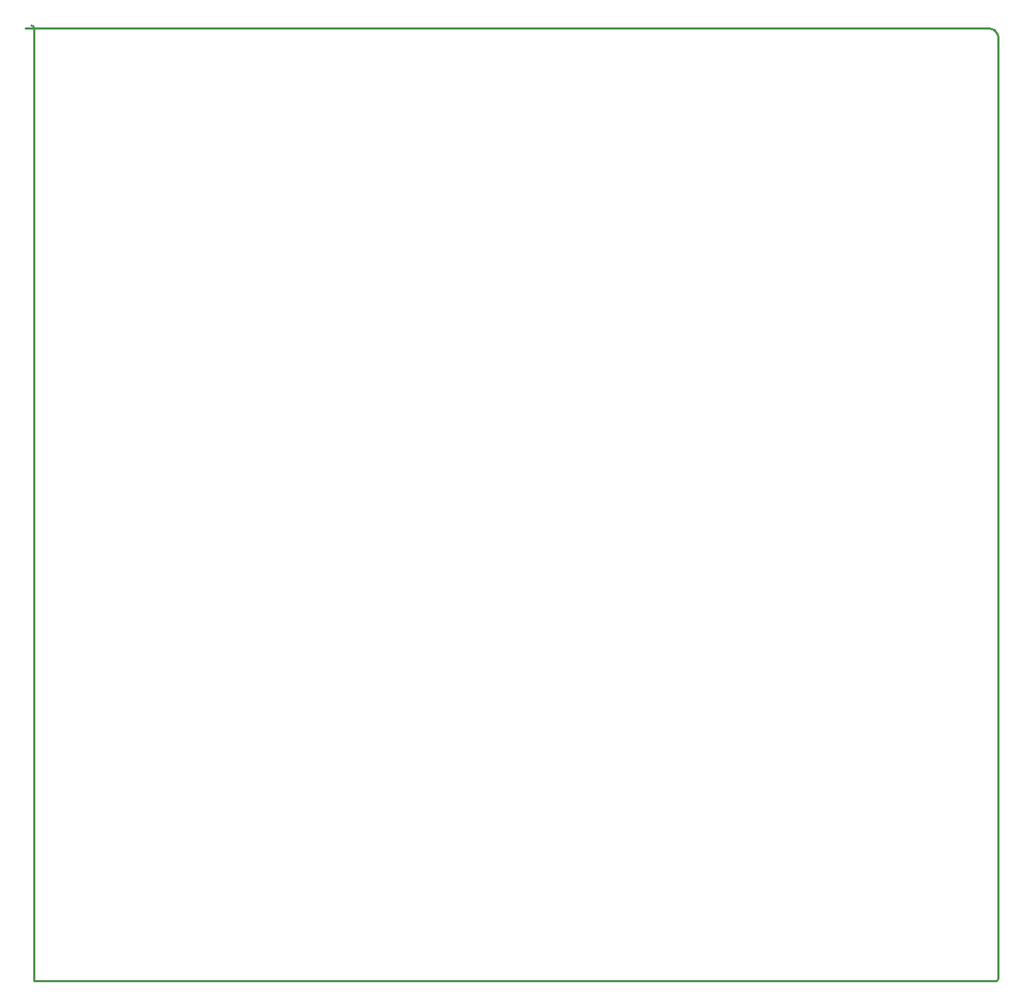
<source format=gko>
G04 Layer_Color=16711935*
%FSLAX44Y44*%
%MOMM*%
G71*
G01*
G75*
%ADD41C,0.2540*%
D41*
X1132586Y1106932D02*
X1132342Y1109410D01*
X1131619Y1111792D01*
X1130446Y1113988D01*
X1128866Y1115912D01*
X1126942Y1117492D01*
X1124746Y1118665D01*
X1122364Y1119388D01*
X1119886Y1119632D01*
X1129284Y0D02*
X1131619Y967D01*
X1132586Y3302D01*
X0Y1119632D02*
X-967Y1121967D01*
X-3302Y1122934D01*
X-9652Y1119632D02*
X1119886D01*
X1132586Y3302D02*
Y1106932D01*
X0Y0D02*
X1129284D01*
X0D02*
Y1119632D01*
M02*

</source>
